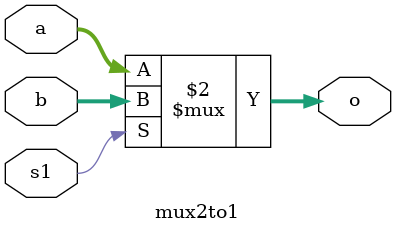
<source format=v>
module mux2to1(
    input [31:0] a,b,
    input s1,
    output wire [31:0] o
);

assign o = (s1==1)? b:a;
endmodule
</source>
